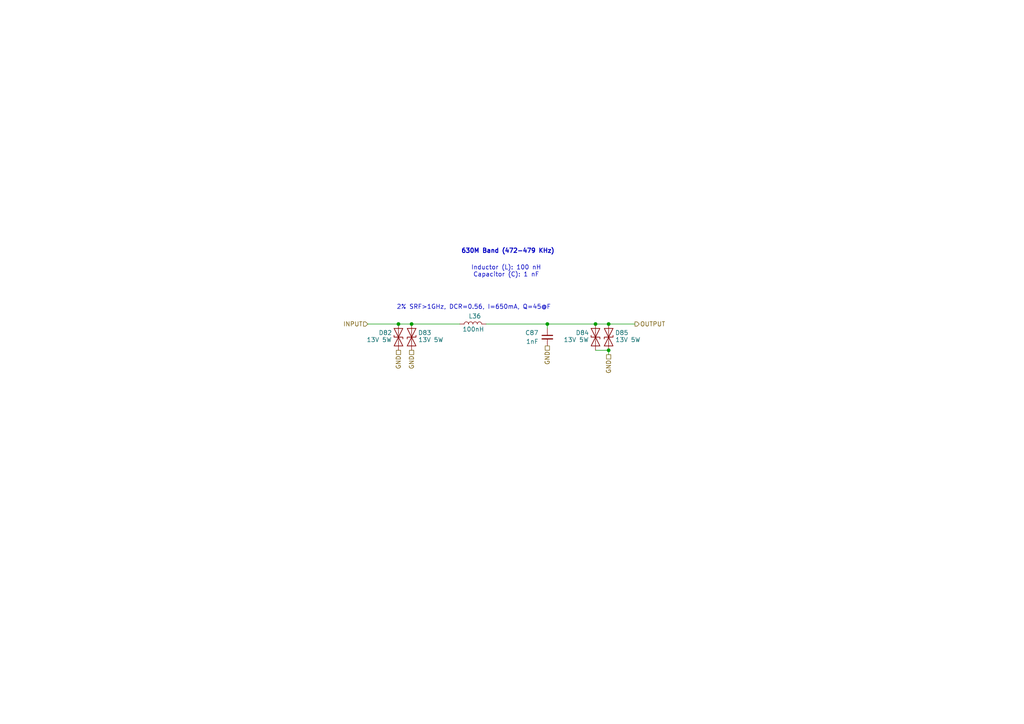
<source format=kicad_sch>
(kicad_sch (version 20231120) (generator "eeschema") (generator_version "8.0")
  (paper "A4")
  (lib_symbols
    (symbol "Device:C_Small" (pin_numbers hide) (pin_names (offset 0.254) hide)
      (property "Reference" "C" (at 0.254 1.778 0))
      (property "Value" "C_Small" (at 0.254 -2.032 0))
      (symbol "C_Small_0_1"
        (polyline (pts (xy -1.524 -0.508) (xy 1.524 -0.508)) (stroke (width 0.3302)))
        (polyline (pts (xy -1.524 0.508) (xy 1.524 0.508)) (stroke (width 0.3048)))
      )
      (symbol "C_Small_1_1"
        (pin passive line (at 0 2.54 270) (length 2.032) (name "~") (number "1"))
        (pin passive line (at 0 -2.54 90) (length 2.032) (name "~") (number "2"))
      )
    )
    (symbol "Device:L" (pin_numbers hide) (pin_names (offset 1.016) hide)
      (property "Reference" "L" (at -1.27 0 90))
      (property "Value" "L" (at 1.905 0 90))
      (symbol "L_0_1"
        (arc (start 0 -2.54) (mid 0.6323 -1.905) (end 0 -1.27))
        (arc (start 0 -1.27) (mid 0.6323 -0.635) (end 0 0))
        (arc (start 0 0) (mid 0.6323 0.635) (end 0 1.27))
        (arc (start 0 1.27) (mid 0.6323 1.905) (end 0 2.54))
      )
      (symbol "L_1_1"
        (pin passive line (at 0 3.81 270) (length 1.27) (name "1") (number "1"))
        (pin passive line (at 0 -3.81 90) (length 1.27) (name "2") (number "2"))
      )
    )
    (symbol "Diode:SD15_SOD323" (pin_numbers hide) (pin_names (offset 1.016) hide)
      (property "Reference" "D" (at 0 2.54 0))
      (property "Value" "SD15_SOD323" (at 0 -2.54 0))
      (symbol "SD15_SOD323_0_1"
        (polyline (pts (xy 1.27 0) (xy -1.27 0)))
        (polyline (pts (xy -2.54 -1.27) (xy 0 0) (xy -2.54 1.27) (xy -2.54 -1.27)) (stroke (width 0.2032)))
        (polyline (pts (xy 0.508 1.27) (xy 0 1.27) (xy 0 -1.27) (xy -0.508 -1.27)) (stroke (width 0.2032)))
        (polyline (pts (xy 2.54 1.27) (xy 2.54 -1.27) (xy 0 0) (xy 2.54 1.27)) (stroke (width 0.2032)))
      )
      (symbol "SD15_SOD323_1_1"
        (pin passive line (at -3.81 0 0) (length 2.54) (name "A1") (number "1"))
        (pin passive line (at 3.81 0 180) (length 2.54) (name "A2") (number "2"))
      )
    )
  )
  (junction (at 172.72 93.98))
  (junction (at 176.53 101.6))
  (junction (at 176.53 93.98))
  (junction (at 115.57 93.98))
  (junction (at 119.38 93.98))
  (junction (at 158.75 93.98))
  (wire (pts (xy 106.68 93.98) (xy 115.57 93.98)))
  (wire (pts (xy 119.38 93.98) (xy 133.35 93.98)))
  (wire (pts (xy 176.53 101.6) (xy 176.53 102.87)))
  (wire (pts (xy 158.75 93.98) (xy 172.72 93.98)))
  (wire (pts (xy 172.72 93.98) (xy 176.53 93.98)))
  (wire (pts (xy 115.57 93.98) (xy 119.38 93.98)))
  (wire (pts (xy 158.75 93.98) (xy 158.75 95.25)))
  (wire (pts (xy 140.97 93.98) (xy 158.75 93.98)))
  (wire (pts (xy 172.72 101.6) (xy 176.53 101.6)))
  (wire (pts (xy 176.53 93.98) (xy 184.15 93.98)))
  (text "630M Band (472-479 KHz)" (at 147.32 72.898 0) (effects (font (size 1.27 1.27) (thickness 0.254) (bold yes))))
  (text "2% SRF>1GHz, DCR=0.56, I=650mA, Q=45@F" (at 137.414 89.154 0) (effects (font (size 1.27 1.27))))
  (text "Inductor (L): 100 nH\nCapacitor (C): 1 nF" (at 146.812 78.74 0) (effects (font (size 1.27 1.27))))
  (hierarchical_label "GND" (shape passive) (at 115.57 101.6 270))
  (hierarchical_label "INPUT" (shape input) (at 106.68 93.98 180))
  (hierarchical_label "GND" (shape passive) (at 119.38 101.6 270))
  (hierarchical_label "OUTPUT" (shape output) (at 184.15 93.98 0))
  (hierarchical_label "GND" (shape passive) (at 176.53 102.87 270))
  (hierarchical_label "GND" (shape passive) (at 158.75 100.33 270))
  (symbol (lib_id "Device:L") (at 137.16 93.98 90) (unit 1)
    (property "Reference" "L36" (at 135.89 91.694 90) (effects (justify right)))
    (property "Value" "100nH" (at 134.112 95.504 90) (effects (justify right)))
    (property "Footprint" "Inductor_SMD:L_1008_2520Metric" (effects (hide yes)))
    (property "Datasheet" "https://wmsc.lcsc.com/wmsc/upload/file/pdf/v2/lcsc/2304140030_PSA-Prosperity-Dielectrics-FEC1008CP-R10G-LRH_C346437.pdf" (effects (hide yes)))
    (property "Description" "650mA 100nH ±2% 560mΩ 1008 Inductors (SMD) ROHS" (effects (hide yes)))
    (property "Notes" "For 2M band, 144-148MHz." (effects (hide yes)))
    (property "LCSC Part #" "C346437" (effects (hide yes)))
    (property "MPN" "FEC1008CP-R10G-LRH" (effects (hide yes)))
    (property "Manufacturer" "Prosperity" (effects (hide yes)))
  )
  (symbol (lib_id "Diode:SD15_SOD323") (at 176.53 97.79 270) (mirror x) (unit 1)
    (property "Reference" "D85" (at 180.34 96.52 90))
    (property "Value" "13V 5W" (at 182.118 98.552 90))
    (property "Footprint" "Diode_SMD:D_0603_1608Metric" (effects (hide yes)))
    (property "Datasheet" "https://wmsc.lcsc.com/wmsc/upload/file/pdf/v2/lcsc/1912111437_DOWO-SMB5350B_C284082.pdf" (effects (hide yes)))
    (property "Description" "Independent Type 5W 13V SMB(DO-214AA) Zener Diodes ROHS" (effects (hide yes)))
    (property "LCSC Part #" "C284082" (effects (hide yes)))
    (property "MPN" "SMB5350B" (effects (hide yes)))
    (property "Manufacturer" "DOWO" (effects (hide yes)))
  )
  (symbol (lib_id "Diode:SD15_SOD323") (at 172.72 97.79 90) (unit 1)
    (property "Reference" "D84" (at 168.91 96.52 90))
    (property "Value" "13V 5W" (at 167.132 98.552 90))
    (property "Footprint" "Diode_SMD:D_0603_1608Metric" (effects (hide yes)))
    (property "Datasheet" "https://wmsc.lcsc.com/wmsc/upload/file/pdf/v2/lcsc/1912111437_DOWO-SMB5350B_C284082.pdf" (effects (hide yes)))
    (property "Description" "Independent Type 5W 13V SMB(DO-214AA) Zener Diodes ROHS" (effects (hide yes)))
    (property "LCSC Part #" "C284082" (effects (hide yes)))
    (property "MPN" "SMB5350B" (effects (hide yes)))
    (property "Manufacturer" "DOWO" (effects (hide yes)))
  )
  (symbol (lib_id "Diode:SD15_SOD323") (at 119.38 97.79 270) (mirror x) (unit 1)
    (property "Reference" "D83" (at 123.19 96.52 90))
    (property "Value" "13V 5W" (at 124.968 98.552 90))
    (property "Footprint" "Diode_SMD:D_0603_1608Metric" (effects (hide yes)))
    (property "Datasheet" "https://wmsc.lcsc.com/wmsc/upload/file/pdf/v2/lcsc/1912111437_DOWO-SMB5350B_C284082.pdf" (effects (hide yes)))
    (property "Description" "Independent Type 5W 13V SMB(DO-214AA) Zener Diodes ROHS" (effects (hide yes)))
    (property "LCSC Part #" "C284082" (effects (hide yes)))
    (property "MPN" "SMB5350B" (effects (hide yes)))
    (property "Manufacturer" "DOWO" (effects (hide yes)))
  )
  (symbol (lib_id "Diode:SD15_SOD323") (at 115.57 97.79 90) (unit 1)
    (property "Reference" "D82" (at 111.76 96.52 90))
    (property "Value" "13V 5W" (at 109.982 98.552 90))
    (property "Footprint" "Diode_SMD:D_0603_1608Metric" (effects (hide yes)))
    (property "Datasheet" "https://wmsc.lcsc.com/wmsc/upload/file/pdf/v2/lcsc/1912111437_DOWO-SMB5350B_C284082.pdf" (effects (hide yes)))
    (property "Description" "Independent Type 5W 13V SMB(DO-214AA) Zener Diodes ROHS" (effects (hide yes)))
    (property "LCSC Part #" "C284082" (effects (hide yes)))
    (property "MPN" "SMB5350B" (effects (hide yes)))
    (property "Manufacturer" "DOWO" (effects (hide yes)))
  )
  (symbol (lib_id "Device:C_Small") (at 158.75 97.79 0) (mirror y) (unit 1)
    (property "Reference" "C87" (at 156.21 96.5262 0) (effects (justify left)))
    (property "Value" "1nF" (at 156.21 99.0662 0) (effects (justify left)))
    (property "Footprint" "Capacitor_SMD:C_1206_3216Metric" (effects (hide yes)))
    (property "Datasheet" "https://wmsc.lcsc.com/wmsc/upload/file/pdf/v2/lcsc/2304140030_PSA-Prosperity-Dielectrics-FM31N102J631EEG_C382237.pdf" (effects (hide yes)))
    (property "Description" "630V 1nF C0G ±5% 1206 Multilayer Ceramic Capacitors MLCC - SMD/SMT ROHS" (effects (hide yes)))
    (property "LCSC Part #" "C382237" (effects (hide yes)))
    (property "MPN" "FM31N102J631EEG" (effects (hide yes)))
    (property "Manufacturer" "Prosperity" (effects (hide yes)))
  )
)
</source>
